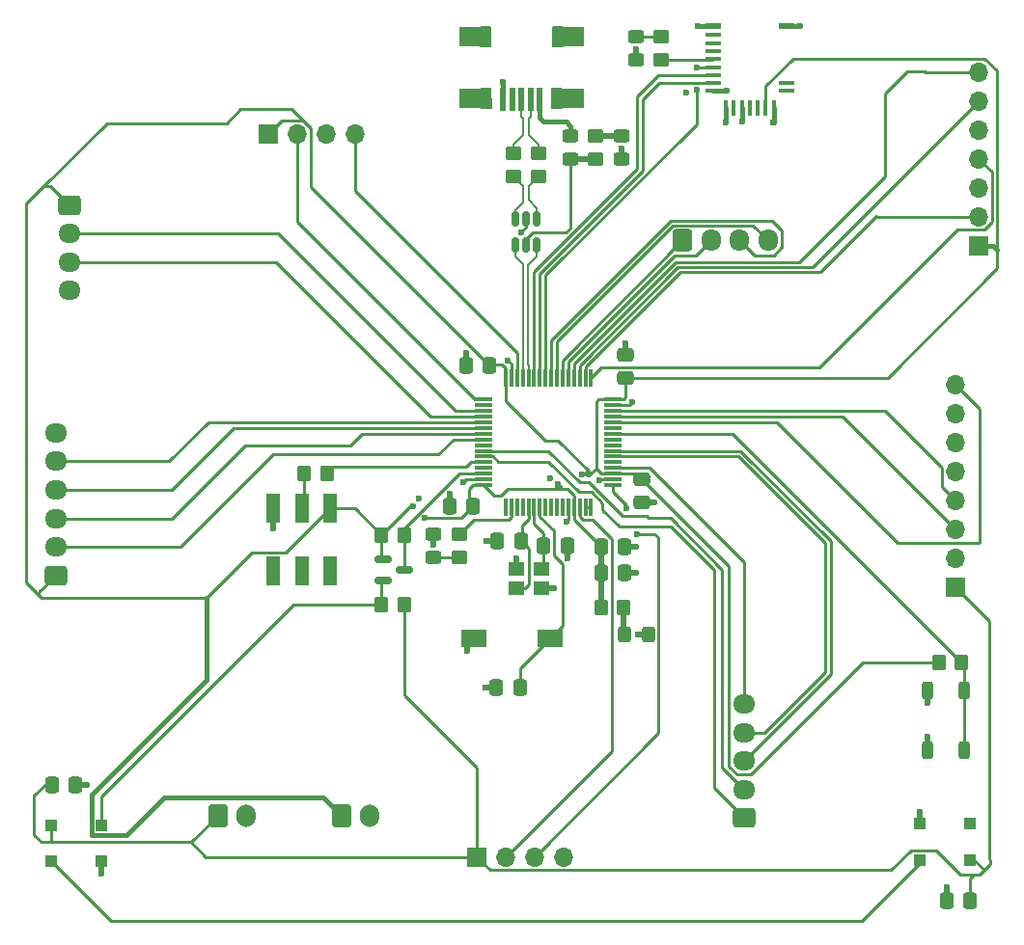
<source format=gbr>
%TF.GenerationSoftware,KiCad,Pcbnew,9.0.1*%
%TF.CreationDate,2025-05-06T13:07:20-06:00*%
%TF.ProjectId,2025_04_STM32F103_RobotBrain,32303235-5f30-4345-9f53-544d33324631,rev?*%
%TF.SameCoordinates,Original*%
%TF.FileFunction,Copper,L1,Top*%
%TF.FilePolarity,Positive*%
%FSLAX46Y46*%
G04 Gerber Fmt 4.6, Leading zero omitted, Abs format (unit mm)*
G04 Created by KiCad (PCBNEW 9.0.1) date 2025-05-06 13:07:20*
%MOMM*%
%LPD*%
G01*
G04 APERTURE LIST*
G04 Aperture macros list*
%AMRoundRect*
0 Rectangle with rounded corners*
0 $1 Rounding radius*
0 $2 $3 $4 $5 $6 $7 $8 $9 X,Y pos of 4 corners*
0 Add a 4 corners polygon primitive as box body*
4,1,4,$2,$3,$4,$5,$6,$7,$8,$9,$2,$3,0*
0 Add four circle primitives for the rounded corners*
1,1,$1+$1,$2,$3*
1,1,$1+$1,$4,$5*
1,1,$1+$1,$6,$7*
1,1,$1+$1,$8,$9*
0 Add four rect primitives between the rounded corners*
20,1,$1+$1,$2,$3,$4,$5,0*
20,1,$1+$1,$4,$5,$6,$7,0*
20,1,$1+$1,$6,$7,$8,$9,0*
20,1,$1+$1,$8,$9,$2,$3,0*%
G04 Aperture macros list end*
%TA.AperFunction,SMDPad,CuDef*%
%ADD10RoundRect,0.250000X-0.450000X0.350000X-0.450000X-0.350000X0.450000X-0.350000X0.450000X0.350000X0*%
%TD*%
%TA.AperFunction,SMDPad,CuDef*%
%ADD11RoundRect,0.075000X0.075000X-0.700000X0.075000X0.700000X-0.075000X0.700000X-0.075000X-0.700000X0*%
%TD*%
%TA.AperFunction,SMDPad,CuDef*%
%ADD12RoundRect,0.075000X0.700000X-0.075000X0.700000X0.075000X-0.700000X0.075000X-0.700000X-0.075000X0*%
%TD*%
%TA.AperFunction,SMDPad,CuDef*%
%ADD13RoundRect,0.250000X0.350000X0.450000X-0.350000X0.450000X-0.350000X-0.450000X0.350000X-0.450000X0*%
%TD*%
%TA.AperFunction,SMDPad,CuDef*%
%ADD14RoundRect,0.250000X0.450000X-0.350000X0.450000X0.350000X-0.450000X0.350000X-0.450000X-0.350000X0*%
%TD*%
%TA.AperFunction,SMDPad,CuDef*%
%ADD15RoundRect,0.250000X-0.337500X-0.475000X0.337500X-0.475000X0.337500X0.475000X-0.337500X0.475000X0*%
%TD*%
%TA.AperFunction,ComponentPad*%
%ADD16RoundRect,0.250000X-0.600000X-0.750000X0.600000X-0.750000X0.600000X0.750000X-0.600000X0.750000X0*%
%TD*%
%TA.AperFunction,ComponentPad*%
%ADD17O,1.700000X2.000000*%
%TD*%
%TA.AperFunction,ComponentPad*%
%ADD18R,1.700000X1.700000*%
%TD*%
%TA.AperFunction,ComponentPad*%
%ADD19O,1.700000X1.700000*%
%TD*%
%TA.AperFunction,ComponentPad*%
%ADD20RoundRect,0.250000X0.725000X-0.600000X0.725000X0.600000X-0.725000X0.600000X-0.725000X-0.600000X0*%
%TD*%
%TA.AperFunction,ComponentPad*%
%ADD21O,1.950000X1.700000*%
%TD*%
%TA.AperFunction,SMDPad,CuDef*%
%ADD22RoundRect,0.250000X0.450000X-0.325000X0.450000X0.325000X-0.450000X0.325000X-0.450000X-0.325000X0*%
%TD*%
%TA.AperFunction,SMDPad,CuDef*%
%ADD23RoundRect,0.150000X-0.587500X-0.150000X0.587500X-0.150000X0.587500X0.150000X-0.587500X0.150000X0*%
%TD*%
%TA.AperFunction,SMDPad,CuDef*%
%ADD24RoundRect,0.250000X-0.450000X0.325000X-0.450000X-0.325000X0.450000X-0.325000X0.450000X0.325000X0*%
%TD*%
%TA.AperFunction,SMDPad,CuDef*%
%ADD25RoundRect,0.250000X-0.350000X-0.450000X0.350000X-0.450000X0.350000X0.450000X-0.350000X0.450000X0*%
%TD*%
%TA.AperFunction,SMDPad,CuDef*%
%ADD26R,1.000000X1.000000*%
%TD*%
%TA.AperFunction,SMDPad,CuDef*%
%ADD27RoundRect,0.250000X0.337500X0.475000X-0.337500X0.475000X-0.337500X-0.475000X0.337500X-0.475000X0*%
%TD*%
%TA.AperFunction,ComponentPad*%
%ADD28RoundRect,0.250000X-0.725000X0.600000X-0.725000X-0.600000X0.725000X-0.600000X0.725000X0.600000X0*%
%TD*%
%TA.AperFunction,SMDPad,CuDef*%
%ADD29R,1.400000X0.600000*%
%TD*%
%TA.AperFunction,SMDPad,CuDef*%
%ADD30R,1.400000X0.400000*%
%TD*%
%TA.AperFunction,SMDPad,CuDef*%
%ADD31R,0.400000X1.400000*%
%TD*%
%TA.AperFunction,SMDPad,CuDef*%
%ADD32RoundRect,0.250000X-0.475000X0.337500X-0.475000X-0.337500X0.475000X-0.337500X0.475000X0.337500X0*%
%TD*%
%TA.AperFunction,SMDPad,CuDef*%
%ADD33RoundRect,0.150000X-0.150000X0.512500X-0.150000X-0.512500X0.150000X-0.512500X0.150000X0.512500X0*%
%TD*%
%TA.AperFunction,ComponentPad*%
%ADD34RoundRect,0.250000X-0.600000X-0.725000X0.600000X-0.725000X0.600000X0.725000X-0.600000X0.725000X0*%
%TD*%
%TA.AperFunction,ComponentPad*%
%ADD35O,1.700000X1.950000*%
%TD*%
%TA.AperFunction,SMDPad,CuDef*%
%ADD36R,1.400000X1.200000*%
%TD*%
%TA.AperFunction,SMDPad,CuDef*%
%ADD37R,2.300000X1.500000*%
%TD*%
%TA.AperFunction,SMDPad,CuDef*%
%ADD38RoundRect,0.250000X0.325000X0.450000X-0.325000X0.450000X-0.325000X-0.450000X0.325000X-0.450000X0*%
%TD*%
%TA.AperFunction,SMDPad,CuDef*%
%ADD39RoundRect,0.250000X0.475000X-0.337500X0.475000X0.337500X-0.475000X0.337500X-0.475000X-0.337500X0*%
%TD*%
%TA.AperFunction,SMDPad,CuDef*%
%ADD40RoundRect,0.250000X-0.250000X0.525000X-0.250000X-0.525000X0.250000X-0.525000X0.250000X0.525000X0*%
%TD*%
%TA.AperFunction,SMDPad,CuDef*%
%ADD41R,1.200000X2.500000*%
%TD*%
%TA.AperFunction,SMDPad,CuDef*%
%ADD42R,0.500000X2.000000*%
%TD*%
%TA.AperFunction,SMDPad,CuDef*%
%ADD43R,2.000000X1.700000*%
%TD*%
%TA.AperFunction,ViaPad*%
%ADD44C,0.600000*%
%TD*%
%TA.AperFunction,Conductor*%
%ADD45C,0.254000*%
%TD*%
%TA.AperFunction,Conductor*%
%ADD46C,0.381000*%
%TD*%
%TA.AperFunction,Conductor*%
%ADD47C,0.508000*%
%TD*%
%TA.AperFunction,Conductor*%
%ADD48C,0.200000*%
%TD*%
G04 APERTURE END LIST*
D10*
%TO.P,R2,1*%
%TO.N,/D+*%
X137680000Y-41715000D03*
%TO.P,R2,2*%
%TO.N,/USB_CONN_D+*%
X137680000Y-43715000D03*
%TD*%
D11*
%TO.P,U1,1,VBAT*%
%TO.N,unconnected-(U1-VBAT-Pad1)*%
X136990000Y-72760000D03*
%TO.P,U1,2,PC13*%
%TO.N,/USER_LED*%
X137490000Y-72760000D03*
%TO.P,U1,3,PC14*%
%TO.N,unconnected-(U1-PC14-Pad3)*%
X137990000Y-72760000D03*
%TO.P,U1,4,PC15*%
%TO.N,unconnected-(U1-PC15-Pad4)*%
X138490000Y-72760000D03*
%TO.P,U1,5,RCC_OSC_IN*%
%TO.N,/OSC_IN*%
X138990000Y-72760000D03*
%TO.P,U1,6,RCC_OSC_OUT*%
%TO.N,/OSC_OUT*%
X139490000Y-72760000D03*
%TO.P,U1,7,NRST*%
%TO.N,/RESET*%
X139990000Y-72760000D03*
%TO.P,U1,8,PC0*%
%TO.N,unconnected-(U1-PC0-Pad8)*%
X140490000Y-72760000D03*
%TO.P,U1,9,PC1*%
%TO.N,unconnected-(U1-PC1-Pad9)*%
X140990000Y-72760000D03*
%TO.P,U1,10,PC2*%
%TO.N,unconnected-(U1-PC2-Pad10)*%
X141490000Y-72760000D03*
%TO.P,U1,11,PC3*%
%TO.N,unconnected-(U1-PC3-Pad11)*%
X141990000Y-72760000D03*
%TO.P,U1,12,VSSA*%
%TO.N,GND*%
X142490000Y-72760000D03*
%TO.P,U1,13,VDDA*%
%TO.N,+3V3*%
X142990000Y-72760000D03*
%TO.P,U1,14,PA0*%
%TO.N,/ULTRA_TRIG*%
X143490000Y-72760000D03*
%TO.P,U1,15,PA1*%
%TO.N,Net-(U1-PA1)*%
X143990000Y-72760000D03*
%TO.P,U1,16,PA2*%
X144490000Y-72760000D03*
D12*
%TO.P,U1,17,PA3*%
%TO.N,/ULTRA_ECHO*%
X146415000Y-70835000D03*
%TO.P,U1,18,VSS*%
%TO.N,GND*%
X146415000Y-70335000D03*
%TO.P,U1,19,VDD*%
%TO.N,+3V3*%
X146415000Y-69835000D03*
%TO.P,U1,20,PA4*%
%TO.N,/PWR_ADC*%
X146415000Y-69335000D03*
%TO.P,U1,21,PA5*%
%TO.N,unconnected-(U1-PA5-Pad21)*%
X146415000Y-68835000D03*
%TO.P,U1,22,PA6*%
%TO.N,/E1B*%
X146415000Y-68335000D03*
%TO.P,U1,23,PA7*%
%TO.N,/E1A*%
X146415000Y-67835000D03*
%TO.P,U1,24,PC4*%
%TO.N,unconnected-(U1-PC4-Pad24)*%
X146415000Y-67335000D03*
%TO.P,U1,25,PC5*%
%TO.N,unconnected-(U1-PC5-Pad25)*%
X146415000Y-66835000D03*
%TO.P,U1,26,PB0*%
%TO.N,/uBUTTON*%
X146415000Y-66335000D03*
%TO.P,U1,27,PB1*%
%TO.N,unconnected-(U1-PB1-Pad27)*%
X146415000Y-65835000D03*
%TO.P,U1,28,PB2*%
%TO.N,/IMU_INT*%
X146415000Y-65335000D03*
%TO.P,U1,29,PB10*%
%TO.N,/IMU_I2C_SCL*%
X146415000Y-64835000D03*
%TO.P,U1,30,PB11*%
%TO.N,/IMU_I2C_SDA*%
X146415000Y-64335000D03*
%TO.P,U1,31,VSS*%
%TO.N,GND*%
X146415000Y-63835000D03*
%TO.P,U1,32,VDD*%
%TO.N,+3V3*%
X146415000Y-63335000D03*
D11*
%TO.P,U1,33,PB12*%
%TO.N,/PS2_CS*%
X144490000Y-61410000D03*
%TO.P,U1,34,PB13*%
%TO.N,/PS2_SCK*%
X143990000Y-61410000D03*
%TO.P,U1,35,PB14*%
%TO.N,/PS2_MISO*%
X143490000Y-61410000D03*
%TO.P,U1,36,PB15*%
%TO.N,/PS2_MOSI*%
X142990000Y-61410000D03*
%TO.P,U1,37,PC6*%
%TO.N,/AN1*%
X142490000Y-61410000D03*
%TO.P,U1,38,PC7*%
%TO.N,/AN2*%
X141990000Y-61410000D03*
%TO.P,U1,39,PC8*%
%TO.N,/BN1*%
X141490000Y-61410000D03*
%TO.P,U1,40,PC9*%
%TO.N,/BN2*%
X140990000Y-61410000D03*
%TO.P,U1,41,PA8*%
%TO.N,/BL_WAKEUP*%
X140490000Y-61410000D03*
%TO.P,U1,42,PA9*%
%TO.N,/BL_RX*%
X139990000Y-61410000D03*
%TO.P,U1,43,PA10*%
%TO.N,/BL_TX*%
X139490000Y-61410000D03*
%TO.P,U1,44,USB_DM*%
%TO.N,/USB_D-*%
X138990000Y-61410000D03*
%TO.P,U1,45,USB_DP*%
%TO.N,/USB_D+*%
X138490000Y-61410000D03*
%TO.P,U1,46,SYS_JTMS-SWDIO*%
%TO.N,/SWDIO*%
X137990000Y-61410000D03*
%TO.P,U1,47,VSS*%
%TO.N,GND*%
X137490000Y-61410000D03*
%TO.P,U1,48,VDD*%
%TO.N,+3V3*%
X136990000Y-61410000D03*
D12*
%TO.P,U1,49,SYS_JTCK-SWCLK*%
%TO.N,/SWCLK*%
X135065000Y-63335000D03*
%TO.P,U1,50,PA15*%
%TO.N,unconnected-(U1-PA15-Pad50)*%
X135065000Y-63835000D03*
%TO.P,U1,51,PC10*%
%TO.N,/USER_TX*%
X135065000Y-64335000D03*
%TO.P,U1,52,PC11*%
%TO.N,/USER_RX*%
X135065000Y-64835000D03*
%TO.P,U1,53,PC12*%
%TO.N,/X4*%
X135065000Y-65335000D03*
%TO.P,U1,54,PD2*%
%TO.N,/X3*%
X135065000Y-65835000D03*
%TO.P,U1,55,PB3*%
%TO.N,/X2*%
X135065000Y-66335000D03*
%TO.P,U1,56,PB4*%
%TO.N,/X1*%
X135065000Y-66835000D03*
%TO.P,U1,57,PB5*%
%TO.N,unconnected-(U1-PB5-Pad57)*%
X135065000Y-67335000D03*
%TO.P,U1,58,PB6*%
%TO.N,/E2B*%
X135065000Y-67835000D03*
%TO.P,U1,59,PB7*%
%TO.N,/E2A*%
X135065000Y-68335000D03*
%TO.P,U1,60,BOOT0*%
%TO.N,/BOOT*%
X135065000Y-68835000D03*
%TO.P,U1,61,PB8*%
%TO.N,unconnected-(U1-PB8-Pad61)*%
X135065000Y-69335000D03*
%TO.P,U1,62,PB9*%
%TO.N,/RGB_DIN*%
X135065000Y-69835000D03*
%TO.P,U1,63,VSS*%
%TO.N,GND*%
X135065000Y-70335000D03*
%TO.P,U1,64,VDD*%
%TO.N,+3V3*%
X135065000Y-70835000D03*
%TD*%
D13*
%TO.P,R9,1*%
%TO.N,+5V*%
X128117500Y-81300000D03*
%TO.P,R9,2*%
%TO.N,Net-(LED1-DIN)*%
X126117500Y-81300000D03*
%TD*%
D14*
%TO.P,R3,1*%
%TO.N,/USB_CONN_D-*%
X139860000Y-43735000D03*
%TO.P,R3,2*%
%TO.N,/D-*%
X139860000Y-41735000D03*
%TD*%
D15*
%TO.P,C12,1*%
%TO.N,+5V*%
X97200000Y-97150000D03*
%TO.P,C12,2*%
%TO.N,GND*%
X99275000Y-97150000D03*
%TD*%
D16*
%TO.P,J6,1,Pin_1*%
%TO.N,+3V3*%
X122580000Y-99900000D03*
D17*
%TO.P,J6,2,Pin_2*%
%TO.N,GND*%
X125080000Y-99900000D03*
%TD*%
D18*
%TO.P,J9,1,Pin_1*%
%TO.N,+3V3*%
X178500000Y-49800000D03*
D19*
%TO.P,J9,2,Pin_2*%
%TO.N,/PS2_SCK*%
X178500000Y-47260000D03*
%TO.P,J9,3,Pin_3*%
%TO.N,unconnected-(J9-Pin_3-Pad3)*%
X178500000Y-44720000D03*
%TO.P,J9,4,Pin_4*%
%TO.N,/PS2_CS*%
X178500000Y-42180000D03*
%TO.P,J9,5,Pin_5*%
%TO.N,GND*%
X178500000Y-39640000D03*
%TO.P,J9,6,Pin_6*%
%TO.N,/PS2_MISO*%
X178500000Y-37100000D03*
%TO.P,J9,7,Pin_7*%
%TO.N,/PS2_MOSI*%
X178500000Y-34560000D03*
%TD*%
D20*
%TO.P,J8,1,Pin_1*%
%TO.N,/E2A*%
X157890000Y-100070000D03*
D21*
%TO.P,J8,2,Pin_2*%
%TO.N,/E2B*%
X157890000Y-97570000D03*
%TO.P,J8,3,Pin_3*%
%TO.N,/E1A*%
X157890000Y-95070000D03*
%TO.P,J8,4,Pin_4*%
%TO.N,/E1B*%
X157890000Y-92570000D03*
%TO.P,J8,5,Pin_5*%
%TO.N,/PWR_ADC*%
X157890000Y-90070000D03*
%TD*%
D18*
%TO.P,J2,1,Pin_1*%
%TO.N,+5V*%
X176465000Y-79835000D03*
D19*
%TO.P,J2,2,Pin_2*%
%TO.N,GND*%
X176465000Y-77295000D03*
%TO.P,J2,3,Pin_3*%
%TO.N,/IMU_I2C_SCL*%
X176465000Y-74755000D03*
%TO.P,J2,4,Pin_4*%
%TO.N,/IMU_I2C_SDA*%
X176465000Y-72215000D03*
%TO.P,J2,5,Pin_5*%
%TO.N,unconnected-(J2-Pin_5-Pad5)*%
X176465000Y-69675000D03*
%TO.P,J2,6,Pin_6*%
%TO.N,unconnected-(J2-Pin_6-Pad6)*%
X176465000Y-67135000D03*
%TO.P,J2,7,Pin_7*%
%TO.N,unconnected-(J2-Pin_7-Pad7)*%
X176465000Y-64595000D03*
%TO.P,J2,8,Pin_8*%
%TO.N,/IMU_INT*%
X176465000Y-62055000D03*
%TD*%
D22*
%TO.P,D4,1,K*%
%TO.N,GND*%
X148410000Y-33500000D03*
%TO.P,D4,2,A*%
%TO.N,Net-(D4-A)*%
X148410000Y-31450000D03*
%TD*%
D23*
%TO.P,Q1,1,G*%
%TO.N,+3V3*%
X126210000Y-77360000D03*
%TO.P,Q1,2,S*%
%TO.N,Net-(LED1-DIN)*%
X126210000Y-79260000D03*
%TO.P,Q1,3,D*%
%TO.N,/RGB_DIN*%
X128085000Y-78310000D03*
%TD*%
D24*
%TO.P,D3,1,K*%
%TO.N,GND*%
X130690000Y-75155000D03*
%TO.P,D3,2,A*%
%TO.N,Net-(D3-A)*%
X130690000Y-77205000D03*
%TD*%
D25*
%TO.P,R5,1*%
%TO.N,+3V3*%
X145347500Y-81570000D03*
%TO.P,R5,2*%
%TO.N,Net-(D2-A)*%
X147347500Y-81570000D03*
%TD*%
D26*
%TO.P,LED1,1,VDD*%
%TO.N,+5V*%
X97150000Y-100700000D03*
%TO.P,LED1,2,DOUT*%
%TO.N,Net-(LED1-DOUT)*%
X97150000Y-103900000D03*
%TO.P,LED1,3,VSS*%
%TO.N,GND*%
X101550000Y-103900000D03*
%TO.P,LED1,4,DIN*%
%TO.N,Net-(LED1-DIN)*%
X101550000Y-100700000D03*
%TD*%
D24*
%TO.P,F1,1*%
%TO.N,Net-(J1-VBUS)*%
X142670000Y-40210000D03*
%TO.P,F1,2*%
%TO.N,Vusb*%
X142670000Y-42260000D03*
%TD*%
D27*
%TO.P,C9,1*%
%TO.N,/OSC_IN*%
X138337500Y-75730000D03*
%TO.P,C9,2*%
%TO.N,GND*%
X136262500Y-75730000D03*
%TD*%
D13*
%TO.P,R10,1*%
%TO.N,/RGB_DIN*%
X128117500Y-75210000D03*
%TO.P,R10,2*%
%TO.N,+3V3*%
X126117500Y-75210000D03*
%TD*%
D18*
%TO.P,J4,1,Pin_1*%
%TO.N,+3V3*%
X116160000Y-40040000D03*
D19*
%TO.P,J4,2,Pin_2*%
%TO.N,/SWCLK*%
X118700000Y-40040000D03*
%TO.P,J4,3,Pin_3*%
%TO.N,GND*%
X121240000Y-40040000D03*
%TO.P,J4,4,Pin_4*%
%TO.N,/SWDIO*%
X123780000Y-40040000D03*
%TD*%
D25*
%TO.P,R8,1*%
%TO.N,+3V3*%
X175000000Y-86410000D03*
%TO.P,R8,2*%
%TO.N,/uBUTTON*%
X177000000Y-86410000D03*
%TD*%
D28*
%TO.P,J11,1,Pin_1*%
%TO.N,+3V3*%
X98720000Y-46270000D03*
D21*
%TO.P,J11,2,Pin_2*%
%TO.N,/USER_TX*%
X98720000Y-48770000D03*
%TO.P,J11,3,Pin_3*%
%TO.N,/USER_RX*%
X98720000Y-51270000D03*
%TO.P,J11,4,Pin_4*%
%TO.N,GND*%
X98720000Y-53770000D03*
%TD*%
D29*
%TO.P,MDBT42T-AT1,1,GND@1*%
%TO.N,GND*%
X155200000Y-30540000D03*
D30*
%TO.P,MDBT42T-AT1,2,NC@2*%
%TO.N,unconnected-(MDBT42T-AT1-NC@2-Pad2)*%
X155200000Y-31340000D03*
%TO.P,MDBT42T-AT1,3,NC@3*%
%TO.N,unconnected-(MDBT42T-AT1-NC@3-Pad3)*%
X155200000Y-32040000D03*
%TO.P,MDBT42T-AT1,4,RESET*%
%TO.N,unconnected-(MDBT42T-AT1-RESET-Pad4)*%
X155200000Y-32740000D03*
%TO.P,MDBT42T-AT1,5,INDICATOR*%
%TO.N,Net-(MDBT42T-AT1-INDICATOR)*%
X155200000Y-33440000D03*
%TO.P,MDBT42T-AT1,6,WAKEUP*%
%TO.N,/BL_WAKEUP*%
X155200000Y-34140000D03*
%TO.P,MDBT42T-AT1,7,TX*%
%TO.N,/BL_TX*%
X155200000Y-34840000D03*
%TO.P,MDBT42T-AT1,8,RX*%
%TO.N,/BL_RX*%
X155200000Y-35540000D03*
%TO.P,MDBT42T-AT1,9,UART_PD*%
%TO.N,GND*%
X155200000Y-36240000D03*
D31*
%TO.P,MDBT42T-AT1,10,GND@10*%
X156300000Y-37740000D03*
%TO.P,MDBT42T-AT1,11,ADC*%
%TO.N,unconnected-(MDBT42T-AT1-ADC-Pad11)*%
X157000000Y-37740000D03*
%TO.P,MDBT42T-AT1,12,FLASH_DEFAULT*%
%TO.N,GND*%
X157700000Y-37740000D03*
%TO.P,MDBT42T-AT1,13,RTS/XL2*%
%TO.N,unconnected-(MDBT42T-AT1-RTS{slash}XL2-Pad13)*%
X158400000Y-37740000D03*
%TO.P,MDBT42T-AT1,14,CTS/XL1*%
%TO.N,unconnected-(MDBT42T-AT1-CTS{slash}XL1-Pad14)*%
X159100000Y-37740000D03*
%TO.P,MDBT42T-AT1,15,VDD*%
%TO.N,+3V3*%
X159800000Y-37740000D03*
%TO.P,MDBT42T-AT1,16,GND@16*%
%TO.N,GND*%
X160500000Y-37740000D03*
D30*
%TO.P,MDBT42T-AT1,17,DCC*%
%TO.N,unconnected-(MDBT42T-AT1-DCC-Pad17)*%
X161600000Y-36240000D03*
%TO.P,MDBT42T-AT1,18,DEC4*%
%TO.N,unconnected-(MDBT42T-AT1-DEC4-Pad18)*%
X161600000Y-35540000D03*
D29*
%TO.P,MDBT42T-AT1,19,GND@19*%
%TO.N,GND*%
X161600000Y-30540000D03*
%TD*%
D27*
%TO.P,C2,1*%
%TO.N,+3V3*%
X135577500Y-60340000D03*
%TO.P,C2,2*%
%TO.N,GND*%
X133502500Y-60340000D03*
%TD*%
D10*
%TO.P,R6,1*%
%TO.N,/USER_LED*%
X132960000Y-75150000D03*
%TO.P,R6,2*%
%TO.N,Net-(D3-A)*%
X132960000Y-77150000D03*
%TD*%
D14*
%TO.P,R7,1*%
%TO.N,Net-(MDBT42T-AT1-INDICATOR)*%
X150640000Y-33475000D03*
%TO.P,R7,2*%
%TO.N,Net-(D4-A)*%
X150640000Y-31475000D03*
%TD*%
D32*
%TO.P,C4,1*%
%TO.N,+3V3*%
X148960000Y-70302500D03*
%TO.P,C4,2*%
%TO.N,GND*%
X148960000Y-72377500D03*
%TD*%
D33*
%TO.P,U2,1,I/O1*%
%TO.N,/USB_CONN_D-*%
X139730000Y-47510000D03*
%TO.P,U2,2,GND*%
%TO.N,GND*%
X138780000Y-47510000D03*
%TO.P,U2,3,I/O2*%
%TO.N,/USB_CONN_D+*%
X137830000Y-47510000D03*
%TO.P,U2,4,I/O2*%
%TO.N,/USB_D+*%
X137830000Y-49785000D03*
%TO.P,U2,5,VBUS*%
%TO.N,Vusb*%
X138780000Y-49785000D03*
%TO.P,U2,6,I/O1*%
%TO.N,/USB_D-*%
X139730000Y-49785000D03*
%TD*%
D15*
%TO.P,C5,1*%
%TO.N,+3V3*%
X145352500Y-76290000D03*
%TO.P,C5,2*%
%TO.N,GND*%
X147427500Y-76290000D03*
%TD*%
D18*
%TO.P,J3,1,Pin_1*%
%TO.N,+5V*%
X134460000Y-103485000D03*
D19*
%TO.P,J3,2,Pin_2*%
%TO.N,/ULTRA_TRIG*%
X137000000Y-103485000D03*
%TO.P,J3,3,Pin_3*%
%TO.N,/ULTRA_ECHO*%
X139540000Y-103485000D03*
%TO.P,J3,4,Pin_4*%
%TO.N,GND*%
X142080000Y-103485000D03*
%TD*%
D34*
%TO.P,J7,1,Pin_1*%
%TO.N,/AN2*%
X152510000Y-49370000D03*
D35*
%TO.P,J7,2,Pin_2*%
%TO.N,/AN1*%
X155010000Y-49370000D03*
%TO.P,J7,3,Pin_3*%
%TO.N,/BN2*%
X157510000Y-49370000D03*
%TO.P,J7,4,Pin_4*%
%TO.N,/BN1*%
X160010000Y-49370000D03*
%TD*%
D36*
%TO.P,Y2,1,1*%
%TO.N,/OSC_IN*%
X137952500Y-79920000D03*
%TO.P,Y2,2,2*%
%TO.N,GND*%
X140152500Y-79920000D03*
%TO.P,Y2,3,3*%
%TO.N,/OSC_OUT*%
X140152500Y-78220000D03*
%TO.P,Y2,4,4*%
%TO.N,GND*%
X137952500Y-78220000D03*
%TD*%
D37*
%TO.P,SW1,1,A*%
%TO.N,GND*%
X134220000Y-84280000D03*
%TO.P,SW1,2,B*%
%TO.N,/RESET*%
X140920000Y-84280000D03*
%TD*%
D15*
%TO.P,C6,1*%
%TO.N,+3V3*%
X145352500Y-78580000D03*
%TO.P,C6,2*%
%TO.N,GND*%
X147427500Y-78580000D03*
%TD*%
D16*
%TO.P,J5,1,Pin_1*%
%TO.N,+5V*%
X111750000Y-99875000D03*
D17*
%TO.P,J5,2,Pin_2*%
%TO.N,GND*%
X114250000Y-99875000D03*
%TD*%
D38*
%TO.P,D2,1,K*%
%TO.N,GND*%
X149492500Y-83950000D03*
%TO.P,D2,2,A*%
%TO.N,Net-(D2-A)*%
X147442500Y-83950000D03*
%TD*%
D27*
%TO.P,C1,1*%
%TO.N,+3V3*%
X134137500Y-72690000D03*
%TO.P,C1,2*%
%TO.N,GND*%
X132062500Y-72690000D03*
%TD*%
D26*
%TO.P,LED2,1,VDD*%
%TO.N,+5V*%
X177760000Y-103740000D03*
%TO.P,LED2,2,DOUT*%
%TO.N,unconnected-(LED2-DOUT-Pad2)*%
X177760000Y-100540000D03*
%TO.P,LED2,3,VSS*%
%TO.N,GND*%
X173360000Y-100540000D03*
%TO.P,LED2,4,DIN*%
%TO.N,Net-(LED1-DOUT)*%
X173360000Y-103740000D03*
%TD*%
D15*
%TO.P,C8,1*%
%TO.N,/OSC_OUT*%
X140312500Y-76140000D03*
%TO.P,C8,2*%
%TO.N,GND*%
X142387500Y-76140000D03*
%TD*%
D13*
%TO.P,R1,1*%
%TO.N,/BOOT*%
X121300000Y-69810000D03*
%TO.P,R1,2*%
%TO.N,Net-(R1-Pad2)*%
X119300000Y-69810000D03*
%TD*%
D20*
%TO.P,J10,1,Pin_1*%
%TO.N,+3V3*%
X97510000Y-78760000D03*
D21*
%TO.P,J10,2,Pin_2*%
%TO.N,/X1*%
X97510000Y-76260000D03*
%TO.P,J10,3,Pin_3*%
%TO.N,/X2*%
X97510000Y-73760000D03*
%TO.P,J10,4,Pin_4*%
%TO.N,/X3*%
X97510000Y-71260000D03*
%TO.P,J10,5,Pin_5*%
%TO.N,/X4*%
X97510000Y-68760000D03*
%TO.P,J10,6,Pin_6*%
%TO.N,GND*%
X97510000Y-66260000D03*
%TD*%
D39*
%TO.P,C3,1*%
%TO.N,+3V3*%
X147470000Y-61457500D03*
%TO.P,C3,2*%
%TO.N,GND*%
X147470000Y-59382500D03*
%TD*%
D40*
%TO.P,SW2,1,A*%
%TO.N,/uBUTTON*%
X177200000Y-88835000D03*
X177200000Y-94085000D03*
%TO.P,SW2,2,B*%
%TO.N,GND*%
X174000000Y-88835000D03*
X174000000Y-94085000D03*
%TD*%
D22*
%TO.P,D1,1,K*%
%TO.N,GND*%
X147160000Y-42210000D03*
%TO.P,D1,2,A*%
%TO.N,Net-(D1-A)*%
X147160000Y-40160000D03*
%TD*%
D41*
%TO.P,S1,1*%
%TO.N,+3V3*%
X121610000Y-72880000D03*
%TO.P,S1,2*%
%TO.N,Net-(R1-Pad2)*%
X119110000Y-72880000D03*
%TO.P,S1,3*%
%TO.N,GND*%
X116610000Y-72880000D03*
%TO.P,S1,4*%
%TO.N,unconnected-(S1-Pad4)*%
X121610000Y-78380000D03*
%TO.P,S1,5*%
%TO.N,unconnected-(S1-Pad5)*%
X119110000Y-78380000D03*
%TO.P,S1,6*%
%TO.N,unconnected-(S1-Pad6)*%
X116610000Y-78380000D03*
%TD*%
D27*
%TO.P,C11,1*%
%TO.N,+5V*%
X177747500Y-107320000D03*
%TO.P,C11,2*%
%TO.N,GND*%
X175672500Y-107320000D03*
%TD*%
D42*
%TO.P,J1,1,VBUS*%
%TO.N,Net-(J1-VBUS)*%
X139980000Y-37000000D03*
%TO.P,J1,2,D-*%
%TO.N,/D-*%
X139180000Y-37000000D03*
%TO.P,J1,3,D+*%
%TO.N,/D+*%
X138380000Y-37000000D03*
%TO.P,J1,4,ID*%
%TO.N,unconnected-(J1-ID-Pad4)*%
X137580000Y-37000000D03*
%TO.P,J1,5,GND*%
%TO.N,GND*%
X136780000Y-37000000D03*
D43*
%TO.P,J1,6,Shield*%
X142830000Y-36900000D03*
X142830000Y-31450000D03*
X133930000Y-36900000D03*
X133930000Y-31450000D03*
%TD*%
D27*
%TO.P,C7,1*%
%TO.N,/RESET*%
X138247500Y-88630000D03*
%TO.P,C7,2*%
%TO.N,GND*%
X136172500Y-88630000D03*
%TD*%
D14*
%TO.P,R4,1*%
%TO.N,Vusb*%
X144880000Y-42215000D03*
%TO.P,R4,2*%
%TO.N,Net-(D1-A)*%
X144880000Y-40215000D03*
%TD*%
D44*
%TO.N,GND*%
X152800000Y-36350001D03*
X129400000Y-72050001D03*
X140900000Y-70250001D03*
%TO.N,/ULTRA_ECHO*%
X147600000Y-72902525D03*
X148500000Y-75127000D03*
%TO.N,+3V3*%
X143671622Y-69878379D03*
X141600000Y-70750001D03*
X128900000Y-72700000D03*
X129918356Y-73718356D03*
%TO.N,GND*%
X135300000Y-31060000D03*
X135310000Y-31970000D03*
X138320000Y-48630000D03*
X101550000Y-104940000D03*
X136780000Y-35480000D03*
X137200000Y-59890000D03*
X135310000Y-36460000D03*
X100250000Y-97140000D03*
X148430000Y-76280000D03*
X133260000Y-70570000D03*
X160490000Y-38990000D03*
X156300000Y-38970000D03*
X135310000Y-75730000D03*
X141240000Y-79920000D03*
X116610000Y-74610000D03*
X162820000Y-30550000D03*
X150070000Y-72380000D03*
X174000000Y-92900000D03*
X132070000Y-71580000D03*
X133640000Y-85390000D03*
X141410000Y-36420000D03*
X145200000Y-70450001D03*
X173350000Y-99580000D03*
X153880000Y-30560000D03*
X148580000Y-83950000D03*
X135220000Y-88640000D03*
X141420000Y-37150000D03*
X141430000Y-31900000D03*
X141430000Y-31090000D03*
X157700000Y-38950000D03*
X175680000Y-106180000D03*
X148460000Y-78570000D03*
X137960000Y-77270000D03*
X148070000Y-63560000D03*
X148400000Y-32585000D03*
X156420000Y-36240000D03*
X130690000Y-76070000D03*
X133510000Y-59260000D03*
X142390000Y-77290000D03*
X173990000Y-90010000D03*
X142300000Y-74080000D03*
X147470000Y-58420000D03*
X135310000Y-37250000D03*
X147170000Y-41280000D03*
%TO.N,/BL_WAKEUP*%
X153750000Y-36167000D03*
X153750000Y-34213000D03*
%TD*%
D45*
%TO.N,+3V3*%
X145380000Y-69835000D02*
X144930000Y-69385000D01*
X146415000Y-69835000D02*
X145380000Y-69835000D01*
%TO.N,+5V*%
X177747500Y-105402501D02*
X178100000Y-105050001D01*
X177747500Y-107320000D02*
X177747500Y-105402501D01*
X178100000Y-105050001D02*
X176900000Y-105050001D01*
X177760000Y-103740000D02*
X178089999Y-103740000D01*
X178089999Y-103740000D02*
X179000000Y-104650001D01*
X179000000Y-104650001D02*
X178600000Y-105050001D01*
X135638000Y-104663000D02*
X134460000Y-103485000D01*
X174761999Y-102912000D02*
X172532000Y-102912000D01*
X176900000Y-105050001D02*
X174761999Y-102912000D01*
X178600000Y-105050001D02*
X178100000Y-105050001D01*
X179500000Y-104150001D02*
X179000000Y-104650001D01*
X179500000Y-103750001D02*
X179500000Y-104150001D01*
X179400000Y-82770001D02*
X179400000Y-103650001D01*
X178490000Y-81860001D02*
X176465000Y-79835000D01*
X178490000Y-81860001D02*
X179400000Y-82770001D01*
X170781000Y-104663000D02*
X135638000Y-104663000D01*
X179400000Y-103650001D02*
X179500000Y-103750001D01*
X172532000Y-102912000D02*
X170781000Y-104663000D01*
X97150000Y-102155000D02*
X97200000Y-102205000D01*
X97200000Y-102205000D02*
X96254999Y-102205000D01*
X97150000Y-100700000D02*
X97150000Y-102155000D01*
X96600001Y-97150000D02*
X97200000Y-97150000D01*
X95700000Y-98050001D02*
X96600001Y-97150000D01*
X95600000Y-101550001D02*
X95600000Y-98050001D01*
X95600000Y-98050001D02*
X95700000Y-98050001D01*
X96254999Y-102205000D02*
X95600000Y-101550001D01*
X109420000Y-102205000D02*
X97200000Y-102205000D01*
X109420000Y-102205000D02*
X111750000Y-99875000D01*
X109420000Y-102205000D02*
X110700000Y-103485000D01*
X110700000Y-103485000D02*
X134460000Y-103485000D01*
%TO.N,+3V3*%
X180133000Y-34527055D02*
X180077973Y-34472028D01*
X180133000Y-50150001D02*
X180133000Y-34527055D01*
X180077973Y-34472028D02*
X178987944Y-33382000D01*
X180133000Y-51817001D02*
X180133000Y-50150001D01*
D46*
X179782999Y-49800000D02*
X180133000Y-50150001D01*
X178500000Y-49800000D02*
X179782999Y-49800000D01*
D45*
X162202000Y-33382000D02*
X159800000Y-35784000D01*
X178987944Y-33382000D02*
X162202000Y-33382000D01*
X180133000Y-34527056D02*
X180077973Y-34472028D01*
X170492501Y-61457500D02*
X180133000Y-51817001D01*
X147470000Y-61457500D02*
X170492501Y-61457500D01*
X159800000Y-35784000D02*
X159800000Y-37740000D01*
X118175945Y-37850001D02*
X119187944Y-38862000D01*
X113700000Y-37850001D02*
X118175945Y-37850001D01*
X112500000Y-39050001D02*
X113700000Y-37850001D01*
X102000000Y-39050001D02*
X112500000Y-39050001D01*
X96450000Y-44600001D02*
X102000000Y-39050001D01*
X96000000Y-80270000D02*
X97510000Y-78760000D01*
X96000000Y-80450001D02*
X96000000Y-80270000D01*
X96000000Y-80450001D02*
X94900000Y-79350001D01*
X96450000Y-44600001D02*
X97050001Y-44600001D01*
X97050001Y-44600001D02*
X98720000Y-46270000D01*
X96300000Y-80750001D02*
X96000000Y-80450001D01*
X96300001Y-80750000D02*
X96300000Y-80750001D01*
X94900000Y-46150001D02*
X96450000Y-44600001D01*
X94900000Y-79350001D02*
X94900000Y-46150001D01*
X110750000Y-80750000D02*
X96300001Y-80750000D01*
%TO.N,/IMU_INT*%
X178600000Y-75950001D02*
X178600000Y-64190000D01*
X171400000Y-75950001D02*
X178600000Y-75950001D01*
X160784999Y-65335000D02*
X171400000Y-75950001D01*
X146415000Y-65335000D02*
X160784999Y-65335000D01*
X178600000Y-64190000D02*
X176465000Y-62055000D01*
%TO.N,/IMU_I2C_SCL*%
X166545000Y-64835000D02*
X146415000Y-64835000D01*
X176465000Y-74755000D02*
X166545000Y-64835000D01*
%TO.N,/IMU_I2C_SDA*%
X170271999Y-64335000D02*
X146415000Y-64335000D01*
X175287000Y-69350001D02*
X170271999Y-64335000D01*
X175287000Y-71037000D02*
X175287000Y-69350001D01*
X176465000Y-72215000D02*
X175287000Y-71037000D01*
%TO.N,/X4*%
X110915000Y-65335000D02*
X135065000Y-65335000D01*
X107490000Y-68760000D02*
X110915000Y-65335000D01*
X97510000Y-68760000D02*
X107490000Y-68760000D01*
%TO.N,/USER_RX*%
X130384999Y-64835000D02*
X135065000Y-64835000D01*
X116819999Y-51270000D02*
X130384999Y-64835000D01*
X98720000Y-51270000D02*
X116819999Y-51270000D01*
%TO.N,/USER_TX*%
X132584999Y-64335000D02*
X135065000Y-64335000D01*
X117019999Y-48770000D02*
X132584999Y-64335000D01*
X98720000Y-48770000D02*
X117019999Y-48770000D01*
%TO.N,/X3*%
X112974999Y-66025000D02*
X113164999Y-65835000D01*
X113164999Y-65835000D02*
X135065000Y-65835000D01*
X112974999Y-66025000D02*
X107740000Y-71260000D01*
%TO.N,/X2*%
X123400000Y-67350001D02*
X124415001Y-66335000D01*
X114149999Y-67350001D02*
X123400000Y-67350001D01*
X107740000Y-73760000D02*
X114149999Y-67350001D01*
X124415001Y-66335000D02*
X135065000Y-66335000D01*
%TO.N,/X1*%
X132415001Y-66835000D02*
X135065000Y-66835000D01*
X131100000Y-68150001D02*
X132415001Y-66835000D01*
X116599999Y-68150001D02*
X131100000Y-68150001D01*
X108490000Y-76260000D02*
X116599999Y-68150001D01*
%TO.N,/ULTRA_ECHO*%
X147600000Y-72654342D02*
X146415000Y-71469342D01*
X147600000Y-72902525D02*
X147600000Y-72654342D01*
X150072658Y-75127000D02*
X148500000Y-75127000D01*
X150395500Y-75449842D02*
X150072658Y-75127000D01*
%TO.N,/E2A*%
X135912008Y-68335000D02*
X135065000Y-68335000D01*
X140735991Y-68785992D02*
X136363000Y-68785992D01*
X144527009Y-71450001D02*
X143400000Y-71450001D01*
X143400000Y-71450001D02*
X140735991Y-68785992D01*
X145500000Y-72422992D02*
X144527009Y-71450001D01*
X136363000Y-68785992D02*
X135912008Y-68335000D01*
X145500000Y-73000000D02*
X145500000Y-72422992D01*
X147000000Y-74500000D02*
X145500000Y-73000000D01*
X150332370Y-74500000D02*
X147000000Y-74500000D01*
%TO.N,/E2B*%
X143484532Y-70578001D02*
X140741531Y-67835000D01*
X140741531Y-67835000D02*
X135065000Y-67835000D01*
X147250000Y-73529525D02*
X144298476Y-70578001D01*
X149361895Y-73529525D02*
X147250000Y-73529525D01*
X149541185Y-73708815D02*
X149361895Y-73529525D01*
X156000000Y-78250000D02*
X151458815Y-73708815D01*
X156000000Y-95680000D02*
X156000000Y-78250000D01*
X144298476Y-70578001D02*
X143484532Y-70578001D01*
X157890000Y-97570000D02*
X156000000Y-95680000D01*
X151458815Y-73708815D02*
X149541185Y-73708815D01*
%TO.N,+3V3*%
X143671622Y-69878379D02*
X143824121Y-69878379D01*
X143824121Y-69878379D02*
X144100000Y-69602500D01*
X144171622Y-69878379D02*
X144347501Y-69702500D01*
X143671622Y-69878379D02*
X144171622Y-69878379D01*
X144347501Y-69702500D02*
X144480000Y-69835000D01*
X144247501Y-69602500D02*
X144100000Y-69602500D01*
X144247501Y-69602500D02*
X144347501Y-69702500D01*
X141800000Y-70950001D02*
X141600000Y-70750001D01*
X141800000Y-71150001D02*
X141800000Y-70950001D01*
X141800000Y-71150001D02*
X142400000Y-71150001D01*
X141400000Y-71150001D02*
X141400000Y-70950001D01*
X141400000Y-70950001D02*
X141600000Y-70750001D01*
X141400000Y-71150001D02*
X141600000Y-71150001D01*
X141600000Y-71150001D02*
X141600000Y-70750001D01*
X144128378Y-69878379D02*
X144200000Y-69950001D01*
X143671622Y-69878379D02*
X144128378Y-69878379D01*
X141600000Y-71150001D02*
X141800000Y-71150001D01*
X137200000Y-71150001D02*
X141400000Y-71150001D01*
X136600000Y-71750001D02*
X137200000Y-71150001D01*
X135980001Y-71750001D02*
X136600000Y-71750001D01*
X142400000Y-71150001D02*
X142990000Y-71740001D01*
X135065000Y-70835000D02*
X135980001Y-71750001D01*
X142990000Y-71740001D02*
X142990000Y-72760000D01*
X144364999Y-69950001D02*
X144480000Y-69835000D01*
X144200000Y-69950001D02*
X144364999Y-69950001D01*
X141595001Y-66950001D02*
X144247501Y-69602500D01*
X140500000Y-66950001D02*
X141595001Y-66950001D01*
X136990000Y-63440001D02*
X140500000Y-66950001D01*
X136990000Y-61410000D02*
X136990000Y-63440001D01*
%TO.N,Net-(R1-Pad2)*%
X119300000Y-72690000D02*
X119110000Y-72880000D01*
X119300000Y-69810000D02*
X119300000Y-72690000D01*
%TO.N,Net-(D4-A)*%
X150615000Y-31450000D02*
X150640000Y-31475000D01*
X148410000Y-31450000D02*
X150615000Y-31450000D01*
D46*
%TO.N,+3V3*%
X120980000Y-98300000D02*
X122580000Y-99900000D01*
X107020000Y-98300000D02*
X120980000Y-98300000D01*
X103728500Y-101591500D02*
X107020000Y-98300000D01*
D45*
%TO.N,/PS2_SCK*%
X143990000Y-60463872D02*
X152293872Y-52160000D01*
X143990000Y-61410000D02*
X143990000Y-60463872D01*
X169500000Y-47250000D02*
X169510000Y-47260000D01*
X164590000Y-52160000D02*
X169500000Y-47250000D01*
X169510000Y-47260000D02*
X178500000Y-47260000D01*
X152293872Y-52160000D02*
X164590000Y-52160000D01*
%TO.N,/PS2_MISO*%
X163895000Y-51705000D02*
X178500000Y-37100000D01*
X143490000Y-60320404D02*
X152105404Y-51705000D01*
X152105404Y-51705000D02*
X163895000Y-51705000D01*
X143490000Y-61410000D02*
X143490000Y-60320404D01*
%TO.N,/PS2_CS*%
X179678000Y-47747944D02*
X178987944Y-48438000D01*
X164527944Y-60542000D02*
X145358000Y-60542000D01*
X176631944Y-48438000D02*
X164527944Y-60542000D01*
X178987944Y-48438000D02*
X176631944Y-48438000D01*
X178500000Y-42180000D02*
X179678000Y-43358000D01*
X145358000Y-60542000D02*
X144490000Y-61410000D01*
X179678000Y-43358000D02*
X179678000Y-47747944D01*
%TO.N,/PS2_MOSI*%
X173750000Y-34500000D02*
X173810000Y-34560000D01*
X170250000Y-43755895D02*
X170250000Y-36500000D01*
X142990000Y-61410000D02*
X142990000Y-60176936D01*
X173810000Y-34560000D02*
X178500000Y-34560000D01*
X170250000Y-36500000D02*
X172250000Y-34500000D01*
X172250000Y-34500000D02*
X173750000Y-34500000D01*
X142990000Y-60176936D02*
X151916936Y-51250000D01*
X151916936Y-51250000D02*
X162755895Y-51250000D01*
X162755895Y-51250000D02*
X170250000Y-43755895D01*
%TO.N,Net-(U1-PA1)*%
X143990000Y-72760000D02*
X144490000Y-72760000D01*
%TO.N,/X3*%
X113165000Y-65835000D02*
X112974999Y-66025000D01*
X107740000Y-71260000D02*
X97510000Y-71260000D01*
%TO.N,/X1*%
X108490000Y-76260000D02*
X97510000Y-76260000D01*
%TO.N,/X2*%
X107740000Y-73760000D02*
X97510000Y-73760000D01*
%TO.N,/USER_RX*%
X98720000Y-51470000D02*
X98720000Y-51270000D01*
%TO.N,/RESET*%
X141980936Y-83219064D02*
X141980936Y-77769063D01*
X139990000Y-73607008D02*
X139990000Y-72760000D01*
X141228000Y-74845008D02*
X139990000Y-73607008D01*
X141980936Y-77769063D02*
X141228000Y-77016127D01*
X141228000Y-77016127D02*
X141228000Y-74845008D01*
X138247500Y-88630000D02*
X138247500Y-86952500D01*
X138247500Y-86952500D02*
X140920000Y-84280000D01*
X140920000Y-84280000D02*
X141980936Y-83219064D01*
%TO.N,+3V3*%
X157277056Y-96248000D02*
X156587000Y-95557944D01*
X147295000Y-63335000D02*
X147470000Y-63160000D01*
X114700000Y-76800000D02*
X117690000Y-76800000D01*
X133780000Y-71210000D02*
X133780000Y-72332500D01*
X128900000Y-72700000D02*
X128627500Y-72700000D01*
D47*
X145352500Y-78580000D02*
X145352500Y-76290000D01*
D45*
X135647500Y-60270000D02*
X135577500Y-60340000D01*
X148492500Y-69835000D02*
X148960000Y-70302500D01*
X110750000Y-80750000D02*
X114700000Y-76800000D01*
X147470000Y-63160000D02*
X147470000Y-61457500D01*
X117338000Y-38862000D02*
X116160000Y-40040000D01*
X133084500Y-73743000D02*
X129943000Y-73743000D01*
X119878000Y-39552056D02*
X119187944Y-38862000D01*
X121610000Y-72880000D02*
X123787500Y-72880000D01*
D46*
X100658500Y-101591500D02*
X100658500Y-98041500D01*
D45*
X136660000Y-60270000D02*
X135647500Y-60270000D01*
X136990000Y-61410000D02*
X136990000Y-60600000D01*
X117690000Y-76800000D02*
X121610000Y-72880000D01*
X144930000Y-69385000D02*
X144480000Y-69835000D01*
X142990000Y-73927500D02*
X145352500Y-76290000D01*
X126117500Y-77267500D02*
X126210000Y-77360000D01*
X145155000Y-63335000D02*
X144930000Y-63560000D01*
X123787500Y-72880000D02*
X126117500Y-75210000D01*
X136990000Y-60600000D02*
X136660000Y-60270000D01*
X133780000Y-72332500D02*
X134137500Y-72690000D01*
D46*
X103728500Y-101591500D02*
X100658500Y-101591500D01*
X100658500Y-98041500D02*
X110750000Y-87950000D01*
D45*
X128627500Y-72700000D02*
X126117500Y-75210000D01*
X129943000Y-73743000D02*
X129918356Y-73718356D01*
X144930000Y-63560000D02*
X144930000Y-69385000D01*
X156587000Y-77929500D02*
X148960000Y-70302500D01*
X119187944Y-38862000D02*
X117338000Y-38862000D01*
X142990000Y-72760000D02*
X142990000Y-73927500D01*
D47*
X145347500Y-78585000D02*
X145352500Y-78580000D01*
X145347500Y-81570000D02*
X145347500Y-78585000D01*
D45*
X168340944Y-86410000D02*
X158502944Y-96248000D01*
X135577500Y-60340000D02*
X119878000Y-44640500D01*
D46*
X110750000Y-87950000D02*
X110750000Y-80750000D01*
D45*
X134155000Y-70835000D02*
X133780000Y-71210000D01*
X146415000Y-69835000D02*
X148492500Y-69835000D01*
X146415000Y-63335000D02*
X147295000Y-63335000D01*
X134137500Y-72690000D02*
X133084500Y-73743000D01*
X158502944Y-96248000D02*
X157277056Y-96248000D01*
X175000000Y-86410000D02*
X168340944Y-86410000D01*
X119878000Y-44640500D02*
X119878000Y-39552056D01*
X135065000Y-70835000D02*
X134155000Y-70835000D01*
X146415000Y-63335000D02*
X145155000Y-63335000D01*
X126117500Y-75210000D02*
X126117500Y-77267500D01*
X156587000Y-95557944D02*
X156587000Y-77929500D01*
D47*
%TO.N,GND*%
X137960000Y-77270000D02*
X137960000Y-78212500D01*
X148430000Y-76280000D02*
X147437500Y-76280000D01*
X173360000Y-99590000D02*
X173350000Y-99580000D01*
X135310000Y-75730000D02*
X136262500Y-75730000D01*
D46*
X160500000Y-38980000D02*
X160490000Y-38990000D01*
D47*
X175672500Y-106187500D02*
X175680000Y-106180000D01*
X100240000Y-97150000D02*
X100250000Y-97140000D01*
D45*
X135065000Y-70335000D02*
X133495000Y-70335000D01*
D47*
X174000000Y-88835000D02*
X174000000Y-90000000D01*
D46*
X160500000Y-37740000D02*
X160500000Y-38980000D01*
D47*
X173360000Y-100540000D02*
X173360000Y-99590000D01*
X137960000Y-78212500D02*
X137952500Y-78220000D01*
X147437500Y-78570000D02*
X147427500Y-78580000D01*
X141240000Y-79920000D02*
X140152500Y-79920000D01*
X136172500Y-88630000D02*
X135230000Y-88630000D01*
D45*
X138780000Y-48170000D02*
X138320000Y-48630000D01*
D47*
X148410000Y-33500000D02*
X148410000Y-32595000D01*
D45*
X138780000Y-47510000D02*
X138780000Y-48170000D01*
D47*
X135230000Y-88630000D02*
X135220000Y-88640000D01*
X133510000Y-60332500D02*
X133502500Y-60340000D01*
D45*
X137490000Y-61410000D02*
X137490000Y-60180000D01*
X133495000Y-70335000D02*
X133260000Y-70570000D01*
D47*
X142390000Y-76142500D02*
X142387500Y-76140000D01*
D45*
X137490000Y-60180000D02*
X137200000Y-59890000D01*
D47*
X132070000Y-71580000D02*
X132070000Y-72682500D01*
D45*
X146415000Y-63835000D02*
X147795000Y-63835000D01*
D47*
X132070000Y-72682500D02*
X132062500Y-72690000D01*
D46*
X155200000Y-30540000D02*
X155180000Y-30560000D01*
D45*
X147795000Y-63835000D02*
X148070000Y-63560000D01*
D47*
X133640000Y-85390000D02*
X133640000Y-84860000D01*
X174000000Y-94085000D02*
X174000000Y-92900000D01*
D46*
X136780000Y-37000000D02*
X136780000Y-35480000D01*
D47*
X116610000Y-74610000D02*
X116610000Y-72880000D01*
D46*
X155200000Y-36240000D02*
X156420000Y-36240000D01*
X155180000Y-30560000D02*
X153880000Y-30560000D01*
D47*
X147170000Y-42200000D02*
X147160000Y-42210000D01*
X174000000Y-90000000D02*
X173990000Y-90010000D01*
X142390000Y-77290000D02*
X142390000Y-76142500D01*
X148962500Y-72380000D02*
X148960000Y-72377500D01*
X130690000Y-76070000D02*
X130690000Y-75155000D01*
D46*
X156300000Y-37740000D02*
X156300000Y-38970000D01*
X157700000Y-37740000D02*
X157700000Y-38950000D01*
D47*
X147470000Y-58420000D02*
X147470000Y-59382500D01*
D45*
X142490000Y-72760000D02*
X142490000Y-73890000D01*
D47*
X133510000Y-59260000D02*
X133510000Y-60332500D01*
X148580000Y-83950000D02*
X149492500Y-83950000D01*
X175672500Y-107320000D02*
X175672500Y-106187500D01*
X147170000Y-41280000D02*
X147170000Y-42200000D01*
X133640000Y-84860000D02*
X134220000Y-84280000D01*
X101550000Y-103900000D02*
X101550000Y-104940000D01*
D45*
X142490000Y-73890000D02*
X142300000Y-74080000D01*
D47*
X147437500Y-76280000D02*
X147427500Y-76290000D01*
D45*
X146415000Y-70335000D02*
X145465000Y-70335000D01*
D47*
X148460000Y-78570000D02*
X147437500Y-78570000D01*
X148410000Y-32595000D02*
X148400000Y-32585000D01*
D46*
X161600000Y-30540000D02*
X162810000Y-30540000D01*
D47*
X150070000Y-72380000D02*
X148962500Y-72380000D01*
D46*
X162810000Y-30540000D02*
X162820000Y-30550000D01*
D47*
X99275000Y-97150000D02*
X100240000Y-97150000D01*
D45*
%TO.N,/BOOT*%
X135065000Y-68835000D02*
X133915000Y-68835000D01*
X133915000Y-68835000D02*
X133500000Y-69250000D01*
X133500000Y-69250000D02*
X121860000Y-69250000D01*
X121860000Y-69250000D02*
X121300000Y-69810000D01*
%TO.N,/OSC_OUT*%
X140312500Y-75032500D02*
X140312500Y-76140000D01*
X139490000Y-74210000D02*
X140312500Y-75032500D01*
X140312500Y-78060000D02*
X140152500Y-78220000D01*
X139490000Y-72760000D02*
X139490000Y-74210000D01*
X140312500Y-76140000D02*
X140312500Y-78060000D01*
%TO.N,/OSC_IN*%
X138690000Y-79920000D02*
X139030000Y-79580000D01*
X137952500Y-79920000D02*
X138690000Y-79920000D01*
X138990000Y-73830000D02*
X138410000Y-74410000D01*
X139030000Y-76422500D02*
X138337500Y-75730000D01*
X138410000Y-74410000D02*
X138410000Y-75657500D01*
X139030000Y-79580000D02*
X139030000Y-76422500D01*
X138990000Y-72760000D02*
X138990000Y-73830000D01*
X138410000Y-75657500D02*
X138337500Y-75730000D01*
D47*
%TO.N,Net-(D1-A)*%
X147105000Y-40215000D02*
X144880000Y-40215000D01*
X147160000Y-40160000D02*
X147105000Y-40215000D01*
D48*
%TO.N,/D+*%
X138555000Y-38675001D02*
X138555000Y-40095000D01*
X138380000Y-38500001D02*
X138555000Y-38675001D01*
X138380000Y-37000000D02*
X138380000Y-38500001D01*
X138555000Y-40095000D02*
X137680000Y-40970000D01*
X137680000Y-40970000D02*
X137680000Y-41715000D01*
%TO.N,/D-*%
X139180000Y-38500001D02*
X139005000Y-38675001D01*
X139005000Y-40095000D02*
X139860000Y-40950000D01*
X139860000Y-40950000D02*
X139860000Y-41735000D01*
X139180000Y-37000000D02*
X139180000Y-38500001D01*
X139005000Y-38675001D02*
X139005000Y-40095000D01*
D46*
%TO.N,Net-(J1-VBUS)*%
X139980000Y-37000000D02*
X139980000Y-38590000D01*
X140330000Y-38940000D02*
X142300000Y-38940000D01*
X142300000Y-38940000D02*
X142670000Y-39310000D01*
X142670000Y-39310000D02*
X142670000Y-40210000D01*
X139980000Y-38590000D02*
X140330000Y-38940000D01*
D48*
%TO.N,/USB_CONN_D+*%
X138554999Y-45998197D02*
X137830000Y-46723196D01*
X137830000Y-46723196D02*
X137830000Y-47510000D01*
X137680000Y-43715000D02*
X138554999Y-44589999D01*
X138554999Y-44589999D02*
X138554999Y-45998197D01*
%TO.N,/USB_CONN_D-*%
X139730000Y-46536802D02*
X139730000Y-47510000D01*
X139005001Y-45811803D02*
X139730000Y-46536802D01*
X139005001Y-44589999D02*
X139005001Y-45811803D01*
X139860000Y-43735000D02*
X139005001Y-44589999D01*
D45*
%TO.N,Vusb*%
X138780000Y-49230000D02*
X139340000Y-48670000D01*
X139340000Y-48670000D02*
X142290000Y-48670000D01*
X142290000Y-48670000D02*
X142670000Y-48290000D01*
X138780000Y-49785000D02*
X138780000Y-49230000D01*
D47*
X142715000Y-42215000D02*
X142670000Y-42260000D01*
X144880000Y-42215000D02*
X142715000Y-42215000D01*
D45*
X142670000Y-48290000D02*
X142670000Y-42260000D01*
D48*
%TO.N,/USB_D+*%
X137830000Y-50778751D02*
X137830000Y-49785000D01*
X138490000Y-60247499D02*
X138515000Y-60222499D01*
X138490000Y-61410000D02*
X138490000Y-60247499D01*
X137830000Y-50778751D02*
X138515000Y-51463750D01*
X138515000Y-60222499D02*
X138515000Y-51463750D01*
%TO.N,/USB_D-*%
X138965000Y-51543751D02*
X139730000Y-50778751D01*
X138990000Y-60247499D02*
X138965000Y-60222499D01*
X139730000Y-50778751D02*
X139730000Y-49785000D01*
X138965000Y-60222499D02*
X138965000Y-51543751D01*
X138990000Y-61410000D02*
X138990000Y-60247499D01*
D47*
%TO.N,Net-(D2-A)*%
X147347500Y-83855000D02*
X147442500Y-83950000D01*
X147347500Y-81570000D02*
X147347500Y-83855000D01*
D45*
%TO.N,Net-(D3-A)*%
X130745000Y-77150000D02*
X130690000Y-77205000D01*
X132960000Y-77150000D02*
X130745000Y-77150000D01*
%TO.N,/USER_LED*%
X137234008Y-73863000D02*
X137490000Y-73607008D01*
X132960000Y-75150000D02*
X134247000Y-73863000D01*
X137490000Y-73607008D02*
X137490000Y-72760000D01*
X134247000Y-73863000D02*
X137234008Y-73863000D01*
%TO.N,+5V*%
X97200000Y-100650000D02*
X97150000Y-100700000D01*
X128117500Y-89317500D02*
X128117500Y-81300000D01*
X177747500Y-103752500D02*
X177760000Y-103740000D01*
X134460000Y-103485000D02*
X134460000Y-95660000D01*
X97150000Y-97200000D02*
X97200000Y-97150000D01*
X134460000Y-95660000D02*
X128117500Y-89317500D01*
X178588000Y-81958000D02*
X178490000Y-81860001D01*
X177760000Y-107307500D02*
X177747500Y-107320000D01*
%TO.N,/BL_WAKEUP*%
X140490000Y-52400403D02*
X140490000Y-61410000D01*
X153823000Y-34140000D02*
X153750000Y-34213000D01*
X153750000Y-39140403D02*
X140490000Y-52400403D01*
X153750000Y-36167000D02*
X153750000Y-39140403D01*
X155200000Y-34140000D02*
X153823000Y-34140000D01*
%TO.N,/BL_RX*%
X139990000Y-52256935D02*
X149000000Y-43246935D01*
X149000000Y-37000000D02*
X150460000Y-35540000D01*
X150460000Y-35540000D02*
X155200000Y-35540000D01*
X149000000Y-43246935D02*
X149000000Y-37000000D01*
X139990000Y-61410000D02*
X139990000Y-52256935D01*
%TO.N,/BL_TX*%
X139490000Y-61410000D02*
X139490000Y-52113467D01*
X150410000Y-34840000D02*
X155200000Y-34840000D01*
X148500000Y-43103467D02*
X148500000Y-36750000D01*
X148500000Y-36750000D02*
X150410000Y-34840000D01*
X139490000Y-52113467D02*
X148500000Y-43103467D01*
%TO.N,Net-(MDBT42T-AT1-INDICATOR)*%
X150640000Y-33475000D02*
X155165000Y-33475000D01*
X155165000Y-33475000D02*
X155200000Y-33440000D01*
%TO.N,/ULTRA_TRIG*%
X144593000Y-73863000D02*
X143745992Y-73863000D01*
X143745992Y-73863000D02*
X143490000Y-73607008D01*
X146275500Y-75545500D02*
X144593000Y-73863000D01*
X143490000Y-73607008D02*
X143490000Y-72760000D01*
X146275500Y-94209500D02*
X146275500Y-75545500D01*
X137000000Y-103485000D02*
X146275500Y-94209500D01*
%TO.N,/ULTRA_ECHO*%
X146415000Y-71469342D02*
X146415000Y-70835000D01*
X139540000Y-103485000D02*
X150395500Y-92629500D01*
X150395500Y-92629500D02*
X150395500Y-75449842D01*
%TO.N,/SWCLK*%
X118700000Y-47744999D02*
X118700000Y-40040000D01*
X134290001Y-63335000D02*
X118700000Y-47744999D01*
X135065000Y-63335000D02*
X134290001Y-63335000D01*
%TO.N,/SWDIO*%
X123780000Y-41470000D02*
X123780000Y-40040000D01*
X137990000Y-59240000D02*
X123750000Y-45000000D01*
X137990000Y-61410000D02*
X137990000Y-59240000D01*
X123750000Y-45000000D02*
X123750000Y-41500000D01*
X123750000Y-41500000D02*
X123780000Y-41470000D01*
%TO.N,/uBUTTON*%
X177000000Y-86410000D02*
X156925000Y-66335000D01*
X177200000Y-94085000D02*
X177200000Y-88835000D01*
X156925000Y-66335000D02*
X146415000Y-66335000D01*
X177200000Y-86610000D02*
X177000000Y-86410000D01*
X177200000Y-88835000D02*
X177200000Y-86610000D01*
%TO.N,/BN1*%
X141490000Y-61410000D02*
X141490000Y-58240658D01*
X151663658Y-48067000D02*
X158707000Y-48067000D01*
X158707000Y-48067000D02*
X160010000Y-49370000D01*
X141490000Y-58240658D02*
X151663658Y-48067000D01*
%TO.N,/AN1*%
X151850468Y-50673000D02*
X142490000Y-60033468D01*
X153707000Y-50673000D02*
X151850468Y-50673000D01*
X142490000Y-60033468D02*
X142490000Y-61410000D01*
X155010000Y-49370000D02*
X153707000Y-50673000D01*
%TO.N,/AN2*%
X152510000Y-49370000D02*
X141990000Y-59890000D01*
X141990000Y-59890000D02*
X141990000Y-61410000D01*
%TO.N,/BN2*%
X161250000Y-49920944D02*
X161250000Y-48500000D01*
X157510000Y-49370000D02*
X158813000Y-50673000D01*
X160497944Y-50673000D02*
X161250000Y-49920944D01*
X151475190Y-47612000D02*
X140990000Y-58097190D01*
X140990000Y-58097190D02*
X140990000Y-61410000D01*
X158813000Y-50673000D02*
X160497944Y-50673000D01*
X161250000Y-48500000D02*
X160362000Y-47612000D01*
X160362000Y-47612000D02*
X151475190Y-47612000D01*
%TO.N,/E2A*%
X151500000Y-74500000D02*
X150332370Y-74500000D01*
X155250000Y-78250000D02*
X151500000Y-74500000D01*
X155250000Y-97430000D02*
X155250000Y-78250000D01*
X157890000Y-100070000D02*
X155250000Y-97430000D01*
%TO.N,/E1A*%
X165500000Y-87460000D02*
X157890000Y-95070000D01*
X165500000Y-75750000D02*
X165500000Y-87460000D01*
X157585000Y-67835000D02*
X165500000Y-75750000D01*
X146415000Y-67835000D02*
X157585000Y-67835000D01*
%TO.N,/E1B*%
X165000000Y-75893468D02*
X157441532Y-68335000D01*
X159680000Y-92570000D02*
X165000000Y-87250000D01*
X157441532Y-68335000D02*
X146415000Y-68335000D01*
X157890000Y-92570000D02*
X159680000Y-92570000D01*
X165000000Y-87250000D02*
X165000000Y-75893468D01*
%TO.N,/PWR_ADC*%
X149629342Y-69335000D02*
X157890000Y-77595658D01*
X146415000Y-69335000D02*
X149629342Y-69335000D01*
X157890000Y-77595658D02*
X157890000Y-90070000D01*
%TO.N,Net-(LED1-DOUT)*%
X173360000Y-104012001D02*
X173360000Y-103740000D01*
X102372001Y-109122001D02*
X168250000Y-109122001D01*
X168250000Y-109122001D02*
X173360000Y-104012001D01*
X97150000Y-103900000D02*
X102372001Y-109122001D01*
%TO.N,Net-(LED1-DIN)*%
X101550000Y-98144107D02*
X118394107Y-81300000D01*
X126117500Y-81300000D02*
X126117500Y-79352500D01*
X101550000Y-100700000D02*
X101550000Y-98144107D01*
X118394107Y-81300000D02*
X126117500Y-81300000D01*
X126117500Y-79352500D02*
X126210000Y-79260000D01*
%TO.N,/RGB_DIN*%
X132915000Y-69835000D02*
X128117500Y-74632500D01*
X128117500Y-74632500D02*
X128117500Y-75210000D01*
X128085000Y-78310000D02*
X128085000Y-75242500D01*
X128085000Y-75242500D02*
X128117500Y-75210000D01*
X135065000Y-69835000D02*
X132915000Y-69835000D01*
%TD*%
%TA.AperFunction,Conductor*%
%TO.N,GND*%
G36*
X141923832Y-35959685D02*
G01*
X141969587Y-36012489D01*
X141980786Y-36062660D01*
X141998645Y-37714660D01*
X141979686Y-37781908D01*
X141927380Y-37828231D01*
X141874652Y-37840000D01*
X141114000Y-37840000D01*
X141046961Y-37820315D01*
X141001206Y-37767511D01*
X140990000Y-37716000D01*
X140990000Y-36064000D01*
X141009685Y-35996961D01*
X141062489Y-35951206D01*
X141114000Y-35940000D01*
X141856793Y-35940000D01*
X141923832Y-35959685D01*
G37*
%TD.AperFunction*%
%TD*%
%TA.AperFunction,Conductor*%
%TO.N,GND*%
G36*
X142013832Y-30549685D02*
G01*
X142059587Y-30602489D01*
X142070786Y-30652660D01*
X142088645Y-32304660D01*
X142069686Y-32371908D01*
X142017380Y-32418231D01*
X141964652Y-32430000D01*
X141204000Y-32430000D01*
X141136961Y-32410315D01*
X141091206Y-32357511D01*
X141080000Y-32306000D01*
X141080000Y-30654000D01*
X141099685Y-30586961D01*
X141152489Y-30541206D01*
X141204000Y-30530000D01*
X141946793Y-30530000D01*
X142013832Y-30549685D01*
G37*
%TD.AperFunction*%
%TD*%
%TA.AperFunction,Conductor*%
%TO.N,GND*%
G36*
X135703832Y-35959685D02*
G01*
X135749587Y-36012489D01*
X135760786Y-36062660D01*
X135778645Y-37714660D01*
X135759686Y-37781908D01*
X135707380Y-37828231D01*
X135654652Y-37840000D01*
X134894000Y-37840000D01*
X134826961Y-37820315D01*
X134781206Y-37767511D01*
X134770000Y-37716000D01*
X134770000Y-36064000D01*
X134789685Y-35996961D01*
X134842489Y-35951206D01*
X134894000Y-35940000D01*
X135636793Y-35940000D01*
X135703832Y-35959685D01*
G37*
%TD.AperFunction*%
%TD*%
%TA.AperFunction,Conductor*%
%TO.N,GND*%
G36*
X135653832Y-30559685D02*
G01*
X135699587Y-30612489D01*
X135710786Y-30662660D01*
X135728645Y-32314660D01*
X135709686Y-32381908D01*
X135657380Y-32428231D01*
X135604652Y-32440000D01*
X134844000Y-32440000D01*
X134776961Y-32420315D01*
X134731206Y-32367511D01*
X134720000Y-32316000D01*
X134720000Y-30664000D01*
X134739685Y-30596961D01*
X134792489Y-30551206D01*
X134844000Y-30540000D01*
X135586793Y-30540000D01*
X135653832Y-30559685D01*
G37*
%TD.AperFunction*%
%TD*%
M02*

</source>
